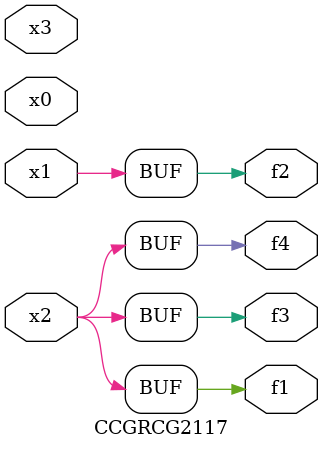
<source format=v>
module CCGRCG2117(
	input x0, x1, x2, x3,
	output f1, f2, f3, f4
);
	assign f1 = x2;
	assign f2 = x1;
	assign f3 = x2;
	assign f4 = x2;
endmodule

</source>
